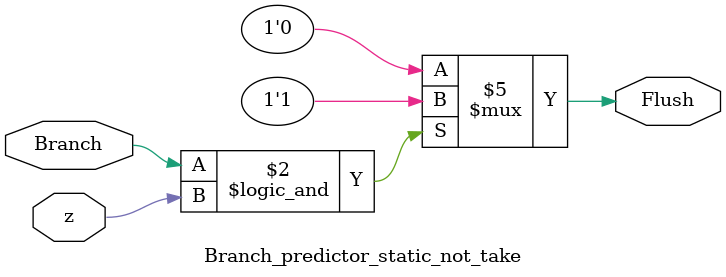
<source format=v>
`timescale 1ns / 1ps


module Branch_predictor_static_not_take(

input Branch,z,
output reg Flush=0

    );
    
    always@(*)
    if(Branch&&z)
    Flush=1;
    else
    Flush=0;
    
    
    
endmodule

</source>
